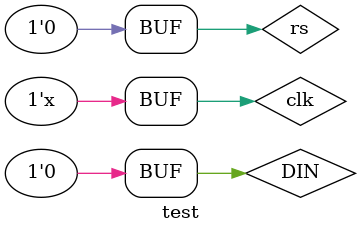
<source format=v>
`timescale 1ns / 1ps


module test;

	// Inputs
	reg clk;
	reg DIN;
	reg rs;

	// Outputs
	wire [7:0] LED;

	// Instantiate the Unit Under Test (UUT)
	dich uut (
		.clk(clk), 
		.DIN(DIN), 
		.rs(rs), 
		.LED(LED)
	);

	initial begin
		// Initialize Inputs
		clk = 0;
		DIN = 0;
		rs = 0;

		// Wait 100 ns for global reset to finish
		#10;
		rs=1;
		#10;
		rs=0;
		#10;
		DIN=1;
		#20;
		DIN=1;
		#10;
		DIN=0;
       	// Add stimulus her
	end
      
	always 
	   begin
		   clk=~clk;
			#10;
		end
endmodule


</source>
